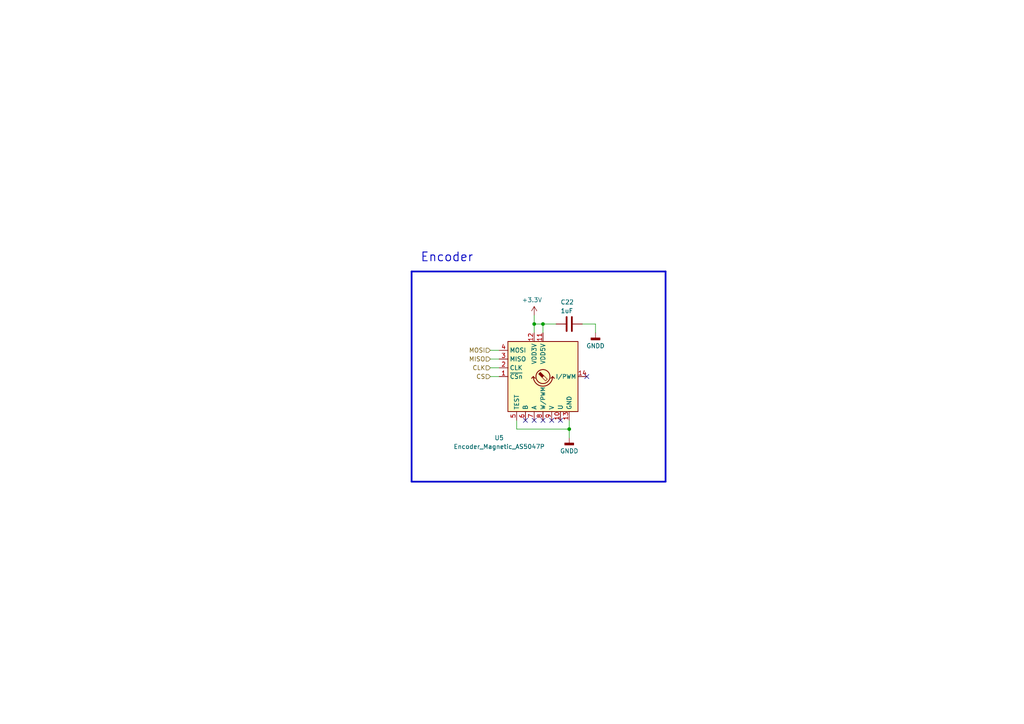
<source format=kicad_sch>
(kicad_sch (version 20230121) (generator eeschema)
  (paper "A4")
  (lib_symbols
    (symbol "Device:C" (pin_numbers hide) (pin_names (offset 0.254))
      (property "Reference" "C" (at 0.635 2.54 0))
      (property "Value" "C" (at 0.635 -2.54 0))
      (symbol "C_0_1"
        (polyline (pts (xy -2.032 -0.762) (xy 2.032 -0.762)) (stroke (width 0.508)))
        (polyline (pts (xy -2.032 0.762) (xy 2.032 0.762)) (stroke (width 0.508)))
      )
      (symbol "C_1_1"
        (pin passive line (at 0 3.81 270) (length 2.794) (name "~") (number "1"))
        (pin passive line (at 0 -3.81 90) (length 2.794) (name "~") (number "2"))
      )
    )
    (symbol "MyLibrary:Encoder_Magnetic_AS5047P"
      (property "Reference" "U" (at -10.16 11.43 0))
      (property "Value" "Encoder_Magnetic_AS5047P" (at 10.16 11.43 0))
      (symbol "Encoder_Magnetic_AS5047P_0_1"
        (rectangle (start -10.16 10.16) (end 10.16 -10.16) (stroke (width 0.254)) (fill (type background)))
        (arc (start -2.794 0) (mid 0 -2.7819) (end 2.794 0) (stroke (width 0.254)))
        (polyline (pts (xy -2.794 0) (xy -3.302 -0.508)) (stroke (width 0.254)))
        (polyline (pts (xy -2.794 0) (xy -2.286 -0.508)) (stroke (width 0.254)))
        (polyline (pts (xy 2.794 0) (xy 2.286 -0.508)) (stroke (width 0.254)))
        (polyline (pts (xy 2.794 0) (xy 3.302 -0.508)) (stroke (width 0.254)))
      )
      (symbol "Encoder_Magnetic_AS5047P_1_1"
        (polyline (pts (xy 0.254 0.254) (xy 1.27 -0.762) (xy 0.762 -1.27) (xy -0.254 -0.254)))
        (polyline (pts (xy -0.762 1.27) (xy 0.254 0.254) (xy -0.254 -0.254) (xy -1.27 0.762) (xy -1.016 1.016) (xy -0.762 1.27) (xy -0.635 1.143)) (fill (type outline)))
        (circle (center 0 0) (radius 2.032) (stroke (width 0.254)))
        (pin input line (at -12.7 0 0) (length 2.54) (name "~{CSn}") (number "1"))
        (pin passive line (at 5.08 -12.7 90) (length 2.54) (name "U") (number "10"))
        (pin power_in line (at 0 12.7 270) (length 2.54) (name "VDD5V") (number "11"))
        (pin power_in line (at -2.54 12.7 270) (length 2.54) (name "VDD3V") (number "12"))
        (pin power_in line (at 7.62 -12.7 90) (length 2.54) (name "GND") (number "13"))
        (pin output line (at 12.7 0 180) (length 2.54) (name "I/PWM") (number "14"))
        (pin input line (at -12.7 2.54 0) (length 2.54) (name "CLK") (number "2"))
        (pin output line (at -12.7 5.08 0) (length 2.54) (name "MISO") (number "3"))
        (pin input line (at -12.7 7.62 0) (length 2.54) (name "MOSI") (number "4"))
        (pin passive line (at -7.62 -12.7 90) (length 2.54) (name "TEST") (number "5"))
        (pin passive line (at -5.08 -12.7 90) (length 2.54) (name "B") (number "6"))
        (pin passive line (at -2.54 -12.7 90) (length 2.54) (name "A") (number "7"))
        (pin passive line (at 0 -12.7 90) (length 2.54) (name "W/PWM") (number "8"))
        (pin passive line (at 2.54 -12.7 90) (length 2.54) (name "V") (number "9"))
      )
    )
    (symbol "power:+3.3V" (power) (pin_names (offset 0))
      (property "Value" "+3.3V" (at 0 3.556 0))
      (symbol "+3.3V_0_1"
        (polyline (pts (xy -0.762 1.27) (xy 0 2.54)))
        (polyline (pts (xy 0 0) (xy 0 2.54)))
        (polyline (pts (xy 0 2.54) (xy 0.762 1.27)))
      )
      (symbol "+3.3V_1_1"
        (pin power_in line (at 0 0 90) (length 0) hide (name "+3.3V") (number "1"))
      )
    )
    (symbol "power:GNDD" (power) (pin_names (offset 0))
      (property "Value" "GNDD" (at 0 -3.175 0))
      (symbol "GNDD_0_1"
        (rectangle (start -1.27 -1.524) (end 1.27 -2.032) (stroke (width 0.254)) (fill (type outline)))
        (polyline (pts (xy 0 0) (xy 0 -1.524)))
      )
      (symbol "GNDD_1_1"
        (pin power_in line (at 0 0 270) (length 0) hide (name "GNDD") (number "1"))
      )
    )
  )
  (junction (at 154.94 93.98))
  (junction (at 165.1 124.46))
  (junction (at 157.48 93.98))
  (no_connect (at 154.94 121.92))
  (no_connect (at 160.02 121.92))
  (no_connect (at 152.4 121.92))
  (no_connect (at 170.18 109.22))
  (no_connect (at 157.48 121.92))
  (no_connect (at 162.56 121.92))
  (wire (pts (xy 157.48 93.98) (xy 161.29 93.98)))
  (polyline (pts (xy 119.38 78.74) (xy 119.38 139.7)) (stroke (width 0.5) (type solid)))
  (wire (pts (xy 165.1 127) (xy 165.1 124.46)))
  (wire (pts (xy 142.24 101.6) (xy 144.78 101.6)))
  (wire (pts (xy 154.94 93.98) (xy 154.94 96.52)))
  (polyline (pts (xy 119.38 78.74) (xy 193.04 78.74)) (stroke (width 0.5) (type solid)))
  (wire (pts (xy 142.24 109.22) (xy 144.78 109.22)))
  (wire (pts (xy 142.24 106.68) (xy 144.78 106.68)))
  (polyline (pts (xy 119.38 139.7) (xy 193.04 139.7)) (stroke (width 0.5) (type solid)))
  (wire (pts (xy 168.91 93.98) (xy 172.72 93.98)))
  (wire (pts (xy 154.94 93.98) (xy 157.48 93.98)))
  (wire (pts (xy 142.24 104.14) (xy 144.78 104.14)))
  (wire (pts (xy 157.48 96.52) (xy 157.48 93.98)))
  (wire (pts (xy 172.72 93.98) (xy 172.72 96.52)))
  (polyline (pts (xy 193.04 139.7) (xy 193.04 78.74)) (stroke (width 0.5) (type solid)))
  (wire (pts (xy 165.1 121.92) (xy 165.1 124.46)))
  (wire (pts (xy 149.86 124.46) (xy 165.1 124.46)))
  (wire (pts (xy 149.86 121.92) (xy 149.86 124.46)))
  (wire (pts (xy 154.94 91.44) (xy 154.94 93.98)))
  (text "Encoder" (at 121.92 76.2 0) (effects (font (size 2.54 2.54) (thickness 0.254) bold) (justify left bottom)))
  (hierarchical_label "CS" (shape input) (at 142.24 109.22 180))
  (hierarchical_label "MOSI" (shape input) (at 142.24 101.6 180))
  (hierarchical_label "CLK" (shape input) (at 142.24 106.68 180))
  (hierarchical_label "MISO" (shape input) (at 142.24 104.14 180))
  (symbol (lib_id "power:GNDD") (at 165.1 127 0) (unit 1)
    (property "Reference" "#PWR058" (effects hide))
    (property "Value" "GNDD" (at 165.1 130.81 0))
  )
  (symbol (lib_id "power:GNDD") (at 172.72 96.52 0) (unit 1)
    (property "Reference" "#PWR059" (effects hide))
    (property "Value" "GNDD" (at 172.72 100.33 0))
  )
  (symbol (lib_id "Device:C") (at 165.1 93.98 270) (mirror x) (unit 1)
    (property "Reference" "C22" (at 162.56 87.63 90) (effects (justify left)))
    (property "Value" "1uF" (at 162.56 90.17 90) (effects (justify left)))
    (property "Footprint" "Capacitor_SMD:C_0402_1005Metric" (effects hide))
  )
  (symbol (lib_id "power:+3.3V") (at 154.94 91.44 0) (unit 1)
    (property "Reference" "#PWR057" (effects hide))
    (property "Value" "+3.3V" (at 154.305 86.995 0))
  )
  (symbol (lib_id "MyLibrary:Encoder_Magnetic_AS5047P") (at 157.48 109.22 0) (unit 1)
    (property "Reference" "U5" (at 144.78 127 0))
    (property "Value" "Encoder_Magnetic_AS5047P" (at 144.78 129.54 0))
    (property "Footprint" "Package_SO:TSSOP-14_4.4x5mm_P0.65mm" (effects hide))
    (property "Datasheet" "https://ams.com/documents/20143/36005/AS5048_DS000298_4-00.pdf" (effects hide))
  )
)
</source>
